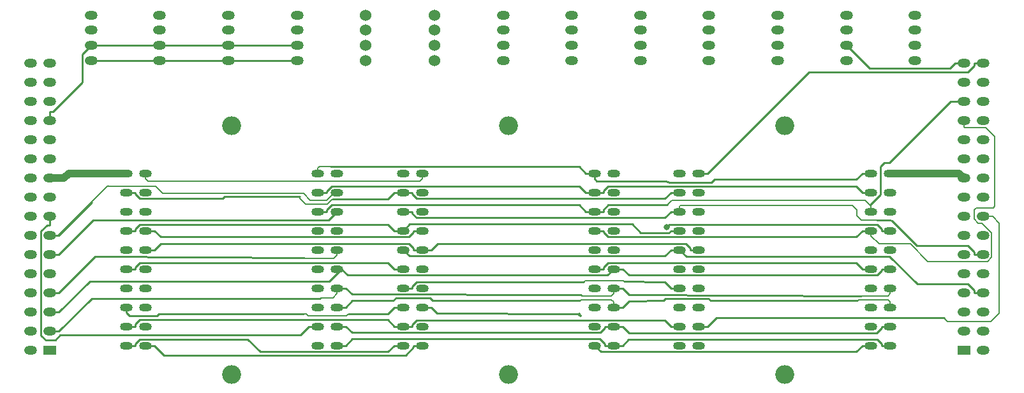
<source format=gbl>
G04 #@! TF.GenerationSoftware,KiCad,Pcbnew,(5.1.5)-3*
G04 #@! TF.CreationDate,2020-02-06T21:26:36+01:00*
G04 #@! TF.ProjectId,wemos-baseplate,77656d6f-732d-4626-9173-65706c617465,rev?*
G04 #@! TF.SameCoordinates,Original*
G04 #@! TF.FileFunction,Copper,L4,Bot*
G04 #@! TF.FilePolarity,Positive*
%FSLAX46Y46*%
G04 Gerber Fmt 4.6, Leading zero omitted, Abs format (unit mm)*
G04 Created by KiCad (PCBNEW (5.1.5)-3) date 2020-02-06 21:26:36*
%MOMM*%
%LPD*%
G04 APERTURE LIST*
%ADD10O,1.700000X1.000000*%
%ADD11O,2.500000X2.500000*%
%ADD12O,1.700000X1.200000*%
%ADD13R,1.700000X1.200000*%
%ADD14C,1.524000*%
%ADD15C,0.800000*%
%ADD16C,0.250000*%
%ADD17C,0.200000*%
%ADD18C,1.000000*%
%ADD19C,0.300000*%
G04 APERTURE END LIST*
D10*
X111760000Y-95885000D03*
X88900000Y-95885000D03*
X111760000Y-98425000D03*
X88900000Y-98425000D03*
X111760000Y-100965000D03*
X88900000Y-100965000D03*
X111760000Y-103505000D03*
X88900000Y-103505000D03*
X111760000Y-106045000D03*
X88900000Y-106045000D03*
X111760000Y-108585000D03*
X88900000Y-108585000D03*
X111760000Y-111125000D03*
X88900000Y-111125000D03*
X111760000Y-113665000D03*
X88900000Y-113665000D03*
X111760000Y-116205000D03*
X88900000Y-116205000D03*
X111760000Y-118745000D03*
X88900000Y-118745000D03*
X86360000Y-98425000D03*
X86360000Y-100965000D03*
X86360000Y-108585000D03*
X86360000Y-113665000D03*
X86360000Y-95885000D03*
X86360000Y-106045000D03*
X86360000Y-118745000D03*
X86360000Y-116205000D03*
X86360000Y-111125000D03*
X86360000Y-103505000D03*
X114300000Y-116205000D03*
X114300000Y-113665000D03*
X114300000Y-106045000D03*
X114300000Y-100965000D03*
X114300000Y-118745000D03*
X114300000Y-108585000D03*
X114300000Y-95885000D03*
X114300000Y-98425000D03*
X114300000Y-103505000D03*
X114300000Y-111125000D03*
D11*
X100330000Y-89535000D03*
X100330000Y-122555000D03*
D10*
X185180000Y-95885000D03*
X162320000Y-95885000D03*
X185180000Y-98425000D03*
X162320000Y-98425000D03*
X185180000Y-100965000D03*
X162320000Y-100965000D03*
X185180000Y-103505000D03*
X162320000Y-103505000D03*
X185180000Y-106045000D03*
X162320000Y-106045000D03*
X185180000Y-108585000D03*
X162320000Y-108585000D03*
X185180000Y-111125000D03*
X162320000Y-111125000D03*
X185180000Y-113665000D03*
X162320000Y-113665000D03*
X185180000Y-116205000D03*
X162320000Y-116205000D03*
X185180000Y-118745000D03*
X162320000Y-118745000D03*
X159780000Y-98425000D03*
X159780000Y-100965000D03*
X159780000Y-108585000D03*
X159780000Y-113665000D03*
X159780000Y-95885000D03*
X159780000Y-106045000D03*
X159780000Y-118745000D03*
X159780000Y-116205000D03*
X159780000Y-111125000D03*
X159780000Y-103505000D03*
X187720000Y-116205000D03*
X187720000Y-113665000D03*
X187720000Y-106045000D03*
X187720000Y-100965000D03*
X187720000Y-118745000D03*
X187720000Y-108585000D03*
X187720000Y-95885000D03*
X187720000Y-98425000D03*
X187720000Y-103505000D03*
X187720000Y-111125000D03*
D11*
X173750000Y-89535000D03*
X173750000Y-122555000D03*
D10*
X148470000Y-95885000D03*
X125610000Y-95885000D03*
X148470000Y-98425000D03*
X125610000Y-98425000D03*
X148470000Y-100965000D03*
X125610000Y-100965000D03*
X148470000Y-103505000D03*
X125610000Y-103505000D03*
X148470000Y-106045000D03*
X125610000Y-106045000D03*
X148470000Y-108585000D03*
X125610000Y-108585000D03*
X148470000Y-111125000D03*
X125610000Y-111125000D03*
X148470000Y-113665000D03*
X125610000Y-113665000D03*
X148470000Y-116205000D03*
X125610000Y-116205000D03*
X148470000Y-118745000D03*
X125610000Y-118745000D03*
X123070000Y-98425000D03*
X123070000Y-100965000D03*
X123070000Y-108585000D03*
X123070000Y-113665000D03*
X123070000Y-95885000D03*
X123070000Y-106045000D03*
X123070000Y-118745000D03*
X123070000Y-116205000D03*
X123070000Y-111125000D03*
X123070000Y-103505000D03*
X151010000Y-116205000D03*
X151010000Y-113665000D03*
X151010000Y-106045000D03*
X151010000Y-100965000D03*
X151010000Y-118745000D03*
X151010000Y-108585000D03*
X151010000Y-95885000D03*
X151010000Y-98425000D03*
X151010000Y-103505000D03*
X151010000Y-111125000D03*
D11*
X137040000Y-89535000D03*
X137040000Y-122555000D03*
D12*
X191008000Y-80899000D03*
X191008000Y-78899000D03*
X191008000Y-76899000D03*
X191008000Y-74899000D03*
X181896000Y-80899000D03*
X181896000Y-78899000D03*
X181896000Y-76899000D03*
X181896000Y-74899000D03*
X163671000Y-80899000D03*
X163671000Y-78899000D03*
X163671000Y-76899000D03*
X163671000Y-74899000D03*
X145447000Y-80899000D03*
X145447000Y-78899000D03*
X145447000Y-76899000D03*
X145447000Y-74899000D03*
X172784000Y-80899000D03*
X172784000Y-78899000D03*
X172784000Y-76899000D03*
X172784000Y-74899000D03*
X154559000Y-80899000D03*
X154559000Y-78899000D03*
X154559000Y-76899000D03*
X154559000Y-74899000D03*
X136334000Y-80899000D03*
X136334000Y-78899000D03*
X136334000Y-76899000D03*
X136334000Y-74899000D03*
X81661000Y-80899000D03*
X81661000Y-78899000D03*
X81661000Y-76899000D03*
X81661000Y-74899000D03*
X108998000Y-80899000D03*
X108998000Y-78899000D03*
X108998000Y-76899000D03*
X108998000Y-74899000D03*
X99885500Y-80899000D03*
X99885500Y-78899000D03*
X99885500Y-76899000D03*
X99885500Y-74899000D03*
X90773200Y-80899000D03*
X90773200Y-78899000D03*
X90773200Y-76899000D03*
X90773200Y-74899000D03*
X200025000Y-81280000D03*
X197485000Y-81280000D03*
X200025000Y-83820000D03*
X197485000Y-83820000D03*
X200025000Y-86360000D03*
X197485000Y-86360000D03*
X200025000Y-88900000D03*
X197485000Y-88900000D03*
X200025000Y-91440000D03*
X197485000Y-91440000D03*
X200025000Y-93980000D03*
X197485000Y-93980000D03*
X200025000Y-96520000D03*
X197485000Y-96520000D03*
X200025000Y-99060000D03*
X197485000Y-99060000D03*
X200025000Y-101600000D03*
X197485000Y-101600000D03*
X200025000Y-104140000D03*
X197485000Y-104140000D03*
X200025000Y-106680000D03*
X197485000Y-106680000D03*
X200025000Y-109220000D03*
X197485000Y-109220000D03*
X200025000Y-111760000D03*
X197485000Y-111760000D03*
X200025000Y-114300000D03*
X197485000Y-114300000D03*
X200025000Y-116840000D03*
X197485000Y-116840000D03*
X200025000Y-119380000D03*
D13*
X197485000Y-119380000D03*
D12*
X73660000Y-81280000D03*
X76200000Y-81280000D03*
X73660000Y-83820000D03*
X76200000Y-83820000D03*
X73660000Y-86360000D03*
X76200000Y-86360000D03*
X73660000Y-88900000D03*
X76200000Y-88900000D03*
X73660000Y-91440000D03*
X76200000Y-91440000D03*
X73660000Y-93980000D03*
X76200000Y-93980000D03*
X73660000Y-96520000D03*
X76200000Y-96520000D03*
X73660000Y-99060000D03*
X76200000Y-99060000D03*
X73660000Y-101600000D03*
X76200000Y-101600000D03*
X73660000Y-104140000D03*
X76200000Y-104140000D03*
X73660000Y-106680000D03*
X76200000Y-106680000D03*
X73660000Y-109220000D03*
X76200000Y-109220000D03*
X73660000Y-111760000D03*
X76200000Y-111760000D03*
X73660000Y-114300000D03*
X76200000Y-114300000D03*
X73660000Y-116840000D03*
X76200000Y-116840000D03*
X73660000Y-119380000D03*
D13*
X76200000Y-119380000D03*
D14*
X127222000Y-80899000D03*
X127222000Y-78899000D03*
X127222000Y-76899000D03*
X127222000Y-74899000D03*
X118110000Y-80899000D03*
X118110000Y-78899000D03*
X118110000Y-76899000D03*
X118110000Y-74899000D03*
D15*
X158056000Y-103019000D03*
D16*
X200025000Y-81280000D02*
X198849700Y-81280000D01*
X162320000Y-95885000D02*
X163495300Y-95885000D01*
X163495300Y-95885000D02*
X176925000Y-82455300D01*
X176925000Y-82455300D02*
X198041800Y-82455300D01*
X198041800Y-82455300D02*
X198849700Y-81647400D01*
X198849700Y-81647400D02*
X198849700Y-81280000D01*
D17*
X125610000Y-96585000D02*
X125294000Y-96901000D01*
X125610000Y-95885000D02*
X125610000Y-96585000D01*
X88900000Y-96585000D02*
X88900000Y-95885000D01*
X89216000Y-96901000D02*
X88900000Y-96585000D01*
X125294000Y-96901000D02*
X89216000Y-96901000D01*
D16*
X159780000Y-100965000D02*
X158604700Y-100965000D01*
X123070000Y-100965000D02*
X124245300Y-100965000D01*
X124245300Y-100965000D02*
X124245300Y-101217300D01*
X124245300Y-101217300D02*
X124832700Y-101804700D01*
X124832700Y-101804700D02*
X157765000Y-101804700D01*
X157765000Y-101804700D02*
X158604700Y-100965000D01*
X191236900Y-105504700D02*
X198041800Y-105504700D01*
X198041800Y-105504700D02*
X198849700Y-106312600D01*
X198849700Y-106312600D02*
X198849700Y-106680000D01*
X200025000Y-106680000D02*
X198849700Y-106680000D01*
X187900100Y-102167900D02*
X191236900Y-105504700D01*
D17*
X159880010Y-100164990D02*
X182714990Y-100164990D01*
X159780000Y-100965000D02*
X159780000Y-100265000D01*
X159780000Y-100265000D02*
X159880010Y-100164990D01*
X182714990Y-100164990D02*
X183261000Y-100711000D01*
X183261000Y-100711000D02*
X183261000Y-101473000D01*
X183261000Y-101473000D02*
X183896000Y-102108000D01*
X187900100Y-102167900D02*
X183896000Y-102108000D01*
X187833000Y-102108000D02*
X187960000Y-102235000D01*
X183896000Y-102108000D02*
X187833000Y-102108000D01*
X187900100Y-102167900D02*
X187960000Y-102235000D01*
X187960000Y-102235000D02*
X188475200Y-102743000D01*
D16*
X159780000Y-111125000D02*
X158604700Y-111125000D01*
X123070000Y-111125000D02*
X124245300Y-111125000D01*
X124245300Y-111125000D02*
X124245300Y-110887200D01*
X124245300Y-110887200D02*
X124832800Y-110299700D01*
X157779400Y-110299700D02*
X158604700Y-111125000D01*
D17*
X147002700Y-110299700D02*
X147002700Y-110299300D01*
D16*
X124832800Y-110299700D02*
X147002700Y-110299700D01*
D17*
X147002700Y-110299300D02*
X147193000Y-110109000D01*
X147193000Y-110109000D02*
X152273000Y-110109000D01*
X152273000Y-110109000D02*
X152400000Y-110236000D01*
D16*
X152400000Y-110236000D02*
X157779400Y-110299700D01*
X86360000Y-116205000D02*
X87535300Y-116205000D01*
X123070000Y-116205000D02*
X121894700Y-116205000D01*
X121894700Y-116205000D02*
X121033800Y-115344100D01*
X121033800Y-115344100D02*
X88122800Y-115344100D01*
X88122800Y-115344100D02*
X87535300Y-115931600D01*
X87535300Y-115931600D02*
X87535300Y-116205000D01*
X123657700Y-116205000D02*
X123070000Y-116205000D01*
X159780000Y-116205000D02*
X158604700Y-116205000D01*
X123657700Y-116205000D02*
X124245300Y-116205000D01*
X124245300Y-116205000D02*
X124245300Y-115948400D01*
X124245300Y-115948400D02*
X124832700Y-115361000D01*
X124832700Y-115361000D02*
X157760700Y-115361000D01*
X157760700Y-115361000D02*
X158604700Y-116205000D01*
X162320000Y-116205000D02*
X163495300Y-116205000D01*
X163495300Y-116205000D02*
X164670600Y-115029700D01*
X164670600Y-115029700D02*
X194855100Y-115029700D01*
D17*
X194855100Y-115099100D02*
X194855100Y-115029700D01*
X195326000Y-115570000D02*
X194855100Y-115099100D01*
X201295000Y-101600000D02*
X202184000Y-102489000D01*
X200025000Y-101600000D02*
X201295000Y-101600000D01*
X202184000Y-114427000D02*
X201041000Y-115570000D01*
X202184000Y-102489000D02*
X202184000Y-114427000D01*
X201041000Y-115570000D02*
X195326000Y-115570000D01*
D16*
X86360000Y-118745000D02*
X87535300Y-118745000D01*
X123070000Y-118745000D02*
X121894700Y-118745000D01*
X121894700Y-118745000D02*
X121069300Y-119570400D01*
X121069300Y-119570400D02*
X104102000Y-119570400D01*
X104102000Y-119570400D02*
X102449700Y-117918100D01*
X102449700Y-117918100D02*
X88122800Y-117918100D01*
X88122800Y-117918100D02*
X87535300Y-118505600D01*
X87535300Y-118505600D02*
X87535300Y-118745000D01*
X88900000Y-118745000D02*
X90075300Y-118745000D01*
X125610000Y-118745000D02*
X124434700Y-118745000D01*
X124434700Y-118745000D02*
X124434700Y-118965400D01*
X124434700Y-118965400D02*
X123379300Y-120020800D01*
X123379300Y-120020800D02*
X91351100Y-120020800D01*
X91351100Y-120020800D02*
X90075300Y-118745000D01*
X151010000Y-118745000D02*
X152185300Y-118745000D01*
X187720000Y-118745000D02*
X186544700Y-118745000D01*
X186544700Y-118745000D02*
X186544700Y-118507100D01*
X186544700Y-118507100D02*
X185957300Y-117919700D01*
X185957300Y-117919700D02*
X153010600Y-117919700D01*
X153010600Y-117919700D02*
X152185300Y-118745000D01*
X114300000Y-118745000D02*
X115475300Y-118745000D01*
X151010000Y-118745000D02*
X149834700Y-118745000D01*
X149834700Y-118745000D02*
X149834700Y-118530800D01*
X149834700Y-118530800D02*
X149175900Y-117872000D01*
X149175900Y-117872000D02*
X116348300Y-117872000D01*
X116348300Y-117872000D02*
X115475300Y-118745000D01*
X76200000Y-111760000D02*
X77375300Y-111760000D01*
X82204900Y-106930400D02*
X77375300Y-111760000D01*
D17*
X114300000Y-106745000D02*
X113857000Y-107188000D01*
X114300000Y-106045000D02*
X114300000Y-106745000D01*
X110109000Y-107188000D02*
X109982000Y-107061000D01*
X113857000Y-107188000D02*
X110109000Y-107188000D01*
D16*
X109982000Y-107061000D02*
X82204900Y-106930400D01*
X181044300Y-97629600D02*
X183209300Y-97629600D01*
X183209300Y-97629600D02*
X184004700Y-98425000D01*
X149645300Y-98425000D02*
X149645300Y-98180700D01*
X149645300Y-98180700D02*
X150232800Y-97593200D01*
X150232800Y-97593200D02*
X181007900Y-97593200D01*
X181007900Y-97593200D02*
X181044300Y-97629600D01*
X148470000Y-98425000D02*
X149645300Y-98425000D01*
X148470000Y-98425000D02*
X147882400Y-98425000D01*
X185180000Y-98425000D02*
X184004700Y-98425000D01*
X147882400Y-98425000D02*
X147294700Y-98425000D01*
X111760000Y-98425000D02*
X112935300Y-98425000D01*
X147294700Y-98425000D02*
X146469400Y-97599700D01*
X146469400Y-97599700D02*
X113589500Y-97599700D01*
X113589500Y-97599700D02*
X112935300Y-98253900D01*
X112935300Y-98253900D02*
X112935300Y-98425000D01*
D17*
X197485000Y-83820000D02*
X197485000Y-83613154D01*
D16*
X197485000Y-81280000D02*
X196309700Y-81280000D01*
X196309700Y-81280000D02*
X195603300Y-81986400D01*
X195603300Y-81986400D02*
X184983400Y-81986400D01*
X184983400Y-81986400D02*
X181896000Y-78899000D01*
X148470000Y-95885000D02*
X147294700Y-95885000D01*
X113595700Y-95005500D02*
X146415200Y-95005500D01*
X146415200Y-95005500D02*
X147294700Y-95885000D01*
D17*
X111949000Y-94996000D02*
X113411000Y-94996000D01*
X111760000Y-95185000D02*
X111949000Y-94996000D01*
X111760000Y-95885000D02*
X111760000Y-95185000D01*
D16*
X113411000Y-94996000D02*
X113595700Y-95005500D01*
X184004700Y-95885000D02*
X185180000Y-95885000D01*
X164393700Y-96718300D02*
X183171400Y-96718300D01*
X163968810Y-97143190D02*
X164393700Y-96718300D01*
X158357190Y-97143190D02*
X163968810Y-97143190D01*
X183171400Y-96718300D02*
X184004700Y-95885000D01*
X148736000Y-96901000D02*
X157988000Y-96901000D01*
X148470000Y-96635000D02*
X148736000Y-96901000D01*
X148470000Y-95885000D02*
X148470000Y-96635000D01*
X157988000Y-96901000D02*
X158357190Y-97143190D01*
X151010000Y-111125000D02*
X152185300Y-111125000D01*
X153048600Y-111988300D02*
X152185300Y-111125000D01*
X114300000Y-111125000D02*
X115475300Y-111125000D01*
X116311300Y-111961000D02*
X115475300Y-111125000D01*
X77375300Y-116840000D02*
X81728400Y-112486900D01*
X81728400Y-112486900D02*
X111983400Y-112486900D01*
X76200000Y-116840000D02*
X77375300Y-116840000D01*
D17*
X113730000Y-112395000D02*
X112141000Y-112395000D01*
X114300000Y-111825000D02*
X113730000Y-112395000D01*
X114300000Y-111125000D02*
X114300000Y-111825000D01*
D16*
X111983400Y-112486900D02*
X112141000Y-112395000D01*
D17*
X151010000Y-111825000D02*
X150694000Y-112141000D01*
X151010000Y-111125000D02*
X151010000Y-111825000D01*
X146812000Y-112141000D02*
X146685000Y-112014000D01*
X150694000Y-112141000D02*
X146812000Y-112141000D01*
D16*
X146685000Y-112014000D02*
X116311300Y-111961000D01*
D17*
X187720000Y-111825000D02*
X187404000Y-112141000D01*
X187720000Y-111125000D02*
X187720000Y-111825000D01*
X187404000Y-112141000D02*
X183896000Y-112141000D01*
D16*
X183896000Y-112141000D02*
X153048600Y-111988300D01*
X187720000Y-103505000D02*
X186544700Y-103505000D01*
X158056000Y-103019000D02*
X158415000Y-102660000D01*
X158415000Y-102660000D02*
X185957100Y-102660000D01*
X185957100Y-102660000D02*
X186544700Y-103247600D01*
X186544700Y-103247600D02*
X186544700Y-103505000D01*
X76200000Y-104140000D02*
X77375300Y-104140000D01*
X81804400Y-99710900D02*
X77375300Y-104140000D01*
D17*
X77250000Y-104140000D02*
X83854000Y-97536000D01*
X76200000Y-104140000D02*
X77250000Y-104140000D01*
X113950000Y-98425000D02*
X112934000Y-99441000D01*
X114300000Y-98425000D02*
X113950000Y-98425000D01*
X112934000Y-99441000D02*
X110744000Y-99441000D01*
X109863490Y-98560490D02*
X91194490Y-98560490D01*
X110744000Y-99441000D02*
X109863490Y-98560490D01*
X90258990Y-97624990D02*
X83942990Y-97624990D01*
X83942990Y-97624990D02*
X83854000Y-97536000D01*
X91194490Y-98560490D02*
X90258990Y-97624990D01*
D16*
X186544700Y-108585000D02*
X186544700Y-108825400D01*
X186544700Y-108825400D02*
X185957300Y-109412800D01*
X185957300Y-109412800D02*
X153013100Y-109412800D01*
X153013100Y-109412800D02*
X152185300Y-108585000D01*
X151010000Y-108585000D02*
X152185300Y-108585000D01*
X187720000Y-108585000D02*
X186544700Y-108585000D01*
X151010000Y-108585000D02*
X150184200Y-109410800D01*
X150184200Y-109410800D02*
X115713500Y-109410800D01*
X115713500Y-109410800D02*
X114887700Y-108585000D01*
X76200000Y-114300000D02*
X77375300Y-114300000D01*
X114887700Y-108585000D02*
X113281900Y-110190800D01*
X113281900Y-110190800D02*
X81484500Y-110190800D01*
X81484500Y-110190800D02*
X77375300Y-114300000D01*
X114300000Y-108585000D02*
X114887700Y-108585000D01*
X76200000Y-106680000D02*
X77375300Y-106680000D01*
X114300000Y-100965000D02*
X113150700Y-102114300D01*
X113150700Y-102114300D02*
X81941000Y-102114300D01*
X81941000Y-102114300D02*
X77375300Y-106680000D01*
X151597700Y-113665000D02*
X151010000Y-113665000D01*
X151597700Y-113665000D02*
X152185300Y-113665000D01*
X152185300Y-113665000D02*
X153019100Y-112831200D01*
D17*
X151010000Y-112965000D02*
X150694000Y-112649000D01*
X151010000Y-113665000D02*
X151010000Y-112965000D01*
X146685000Y-112649000D02*
X146558000Y-112776000D01*
X150694000Y-112649000D02*
X146685000Y-112649000D01*
X187720000Y-112965000D02*
X187404000Y-112649000D01*
X187720000Y-113665000D02*
X187720000Y-112965000D01*
X183515000Y-112649000D02*
X183388000Y-112776000D01*
X187404000Y-112649000D02*
X183515000Y-112649000D01*
D16*
X163992254Y-112811254D02*
X163865254Y-112811254D01*
X163992254Y-112811254D02*
X183388000Y-112776000D01*
X163865254Y-112811254D02*
X163576000Y-112522000D01*
X163576000Y-112522000D02*
X157861000Y-112522000D01*
X157861000Y-112522000D02*
X157607000Y-112776000D01*
X153019100Y-112831200D02*
X157607000Y-112776000D01*
X122147806Y-112421195D02*
X126653057Y-112429057D01*
X127000000Y-112776000D02*
X146558000Y-112776000D01*
X114300000Y-113665000D02*
X115475300Y-113665000D01*
X116330600Y-112809700D02*
X121566862Y-112803862D01*
X121566862Y-112803862D02*
X121765138Y-112803862D01*
X126653057Y-112429057D02*
X127000000Y-112776000D01*
X115475300Y-113665000D02*
X116330600Y-112809700D01*
X121765138Y-112803862D02*
X122147806Y-112421195D01*
X159780000Y-103505000D02*
X158604700Y-103505000D01*
X158604700Y-103505000D02*
X158322200Y-103787500D01*
X158322200Y-103787500D02*
X154596800Y-103787500D01*
X154596800Y-103787500D02*
X153439600Y-102630300D01*
X153439600Y-102630300D02*
X123944700Y-102630300D01*
X123944700Y-102630300D02*
X123070000Y-103505000D01*
X86360000Y-103505000D02*
X87535300Y-103505000D01*
X123070000Y-103505000D02*
X121894700Y-103505000D01*
X121894700Y-103505000D02*
X121068400Y-102678700D01*
X121068400Y-102678700D02*
X88122800Y-102678700D01*
X88122800Y-102678700D02*
X87535300Y-103266200D01*
X87535300Y-103266200D02*
X87535300Y-103505000D01*
X159780000Y-106045000D02*
X158604700Y-106045000D01*
X123070000Y-106045000D02*
X123897000Y-106872000D01*
X123897000Y-106872000D02*
X157777700Y-106872000D01*
X157777700Y-106872000D02*
X158604700Y-106045000D01*
X200025000Y-111760000D02*
X198849700Y-111760000D01*
X159780000Y-106045000D02*
X160660000Y-106925000D01*
X160660000Y-106925000D02*
X187625200Y-106925000D01*
X187625200Y-106925000D02*
X191284900Y-110584700D01*
X191284900Y-110584700D02*
X198041800Y-110584700D01*
X198041800Y-110584700D02*
X198849700Y-111392600D01*
X198849700Y-111392600D02*
X198849700Y-111760000D01*
X123070000Y-113665000D02*
X121894700Y-113665000D01*
X121894700Y-113665000D02*
X121044100Y-114515600D01*
X121044100Y-114515600D02*
X115824000Y-114554000D01*
D17*
X110490000Y-114808000D02*
X115570000Y-114808000D01*
X110197600Y-114515600D02*
X110490000Y-114808000D01*
X115570000Y-114808000D02*
X115824000Y-114554000D01*
X109893400Y-114515600D02*
X110197600Y-114515600D01*
D16*
X90424000Y-114808000D02*
X90678000Y-114554000D01*
X90678000Y-114554000D02*
X109893400Y-114515600D01*
X86753000Y-114808000D02*
X90424000Y-114808000D01*
X86360000Y-114415000D02*
X86753000Y-114808000D01*
X86360000Y-113665000D02*
X86360000Y-114415000D01*
X86360000Y-108585000D02*
X87535300Y-108585000D01*
X123070000Y-108585000D02*
X121894700Y-108585000D01*
X121894700Y-108585000D02*
X121069200Y-107759500D01*
X121069200Y-107759500D02*
X88122800Y-107759500D01*
X88122800Y-107759500D02*
X87535300Y-108347000D01*
X87535300Y-108347000D02*
X87535300Y-108585000D01*
X86360000Y-98425000D02*
X87535300Y-98425000D01*
X123070000Y-98425000D02*
X121894700Y-98425000D01*
X121894700Y-98425000D02*
X121034700Y-99285000D01*
X99360900Y-98985500D02*
X99086000Y-99260400D01*
X99086000Y-99260400D02*
X88122800Y-99260400D01*
X88122800Y-99260400D02*
X87535300Y-98672900D01*
X87535300Y-98672900D02*
X87535300Y-98425000D01*
X123657700Y-98425000D02*
X123070000Y-98425000D01*
X123657700Y-98425000D02*
X124245300Y-98425000D01*
X159780000Y-98425000D02*
X158604700Y-98425000D01*
X124245300Y-98425000D02*
X124245300Y-98666100D01*
X124245300Y-98666100D02*
X124832700Y-99253500D01*
X124832700Y-99253500D02*
X157776200Y-99253500D01*
X157776200Y-99253500D02*
X158604700Y-98425000D01*
D17*
X109399500Y-98985500D02*
X109399500Y-99239500D01*
D16*
X109399500Y-98985500D02*
X99360900Y-98985500D01*
D17*
X109399500Y-99239500D02*
X110109000Y-99949000D01*
X110109000Y-99949000D02*
X113030000Y-99949000D01*
X113030000Y-99949000D02*
X113665000Y-99314000D01*
D16*
X121034700Y-99285000D02*
X113665000Y-99314000D01*
X148470000Y-108585000D02*
X149645300Y-108585000D01*
X185180000Y-108585000D02*
X184004700Y-108585000D01*
X149645300Y-108585000D02*
X149645300Y-108345200D01*
X149645300Y-108345200D02*
X150232800Y-107757700D01*
X150232800Y-107757700D02*
X183177400Y-107757700D01*
X183177400Y-107757700D02*
X184004700Y-108585000D01*
X162320000Y-106045000D02*
X161144700Y-106045000D01*
X125610000Y-106045000D02*
X126785300Y-106045000D01*
X161144700Y-106045000D02*
X161144700Y-105798700D01*
X161144700Y-105798700D02*
X160557200Y-105211200D01*
X160557200Y-105211200D02*
X127619100Y-105211200D01*
X127619100Y-105211200D02*
X126785300Y-106045000D01*
X88900000Y-106045000D02*
X90075300Y-106045000D01*
X125610000Y-106045000D02*
X124434700Y-106045000D01*
X124434700Y-106045000D02*
X124434700Y-105802900D01*
X124434700Y-105802900D02*
X123847300Y-105215500D01*
X123847300Y-105215500D02*
X90904800Y-105215500D01*
X90904800Y-105215500D02*
X90075300Y-106045000D01*
X88900000Y-103505000D02*
X90075300Y-103505000D01*
X125610000Y-103505000D02*
X124434700Y-103505000D01*
X124434700Y-103505000D02*
X124434700Y-103743900D01*
X124434700Y-103743900D02*
X123847300Y-104331300D01*
X123847300Y-104331300D02*
X90901600Y-104331300D01*
X90901600Y-104331300D02*
X90075300Y-103505000D01*
X111760000Y-100965000D02*
X112935300Y-100965000D01*
X148470000Y-100965000D02*
X147294700Y-100965000D01*
X147294700Y-100965000D02*
X146418300Y-100088600D01*
X146418300Y-100088600D02*
X113595100Y-100088600D01*
X113595100Y-100088600D02*
X112935300Y-100748400D01*
X112935300Y-100748400D02*
X112935300Y-100965000D01*
X149057700Y-100965000D02*
X148470000Y-100965000D01*
X81661000Y-80899000D02*
X90773200Y-80899000D01*
X185096600Y-100088300D02*
X186450000Y-98734900D01*
X195706300Y-86360000D02*
X197485000Y-86360000D01*
X149645300Y-100965000D02*
X149645300Y-100744600D01*
X149645300Y-100744600D02*
X150301600Y-100088300D01*
X149057700Y-100965000D02*
X149645300Y-100965000D01*
X108998000Y-80899000D02*
X99885500Y-80899000D01*
X90773200Y-80899000D02*
X99885500Y-80899000D01*
X187578650Y-94487650D02*
X186944350Y-94487650D01*
X187578650Y-94487650D02*
X195706300Y-86360000D01*
X186436000Y-94996000D02*
X186436000Y-95758000D01*
X186944350Y-94487650D02*
X186436000Y-94996000D01*
X186450000Y-98734900D02*
X186436000Y-95758000D01*
D17*
X185180000Y-100265000D02*
X184356000Y-99441000D01*
X185180000Y-100965000D02*
X185180000Y-100265000D01*
X158750000Y-99441000D02*
X158115000Y-100076000D01*
X184356000Y-99441000D02*
X158750000Y-99441000D01*
D16*
X150301600Y-100088300D02*
X158115000Y-100076000D01*
X81661000Y-78899000D02*
X80475900Y-80084100D01*
X80475900Y-80084100D02*
X80475900Y-83816100D01*
X80475900Y-83816100D02*
X76567300Y-87724700D01*
X76567300Y-87724700D02*
X76200000Y-87724700D01*
X81661000Y-78899000D02*
X90773200Y-78899000D01*
X76200000Y-88900000D02*
X76200000Y-87724700D01*
X185180000Y-103505000D02*
X184004700Y-103505000D01*
X148470000Y-103505000D02*
X149645300Y-103505000D01*
X149645300Y-103505000D02*
X149645300Y-103743700D01*
X149645300Y-103743700D02*
X150232700Y-104331100D01*
X150232700Y-104331100D02*
X183178600Y-104331100D01*
X183178600Y-104331100D02*
X184004700Y-103505000D01*
X99885500Y-78899000D02*
X108998000Y-78899000D01*
X90773200Y-78899000D02*
X99885500Y-78899000D01*
D17*
X197485000Y-89700000D02*
X197485000Y-88900000D01*
X197585010Y-89800010D02*
X197485000Y-89700000D01*
X201604990Y-90987990D02*
X200417010Y-89800010D01*
X200417010Y-89800010D02*
X197585010Y-89800010D01*
X201422000Y-100457000D02*
X201604990Y-100274010D01*
X201604990Y-100274010D02*
X201604990Y-90987990D01*
X198874990Y-100718010D02*
X199136000Y-100457000D01*
X198874990Y-101972796D02*
X198874990Y-100718010D01*
X199402204Y-102500010D02*
X198874990Y-101972796D01*
X199907816Y-102500010D02*
X199402204Y-102500010D01*
X201175010Y-103767204D02*
X199907816Y-102500010D01*
X201175010Y-107052796D02*
X201175010Y-103767204D01*
X200647796Y-107580010D02*
X201175010Y-107052796D01*
X192711156Y-107580010D02*
X200647796Y-107580010D01*
X186219990Y-105244990D02*
X190376136Y-105244990D01*
X185180000Y-104205000D02*
X186219990Y-105244990D01*
X185180000Y-103505000D02*
X185180000Y-104205000D01*
X190376136Y-105244990D02*
X192711156Y-107580010D01*
X199136000Y-100457000D02*
X201422000Y-100457000D01*
D16*
X148470000Y-118745000D02*
X149295500Y-119570500D01*
X149295500Y-119570500D02*
X183179200Y-119570500D01*
X183179200Y-119570500D02*
X184004700Y-118745000D01*
X185180000Y-118745000D02*
X184004700Y-118745000D01*
X187720000Y-116205000D02*
X186544700Y-116205000D01*
X151010000Y-116205000D02*
X152185300Y-116205000D01*
X152185300Y-116205000D02*
X153061300Y-117081000D01*
X153061300Y-117081000D02*
X185885000Y-117081000D01*
X185885000Y-117081000D02*
X186544700Y-116421300D01*
X186544700Y-116421300D02*
X186544700Y-116205000D01*
X150422400Y-116205000D02*
X151010000Y-116205000D01*
X150422400Y-116205000D02*
X149834700Y-116205000D01*
X114300000Y-116205000D02*
X115475300Y-116205000D01*
X149834700Y-116205000D02*
X149834700Y-116447400D01*
X149834700Y-116447400D02*
X149247300Y-117034800D01*
X149247300Y-117034800D02*
X116305100Y-117034800D01*
X116305100Y-117034800D02*
X115475300Y-116205000D01*
D18*
X78050000Y-96520000D02*
X78685000Y-95885000D01*
X76200000Y-96520000D02*
X78050000Y-96520000D01*
X78685000Y-95885000D02*
X86360000Y-95885000D01*
X196850000Y-95885000D02*
X197485000Y-96520000D01*
X187720000Y-95885000D02*
X196850000Y-95885000D01*
D16*
X126785300Y-113665000D02*
X127610600Y-114490300D01*
X125610000Y-113665000D02*
X126785300Y-113665000D01*
X127610600Y-114490300D02*
X146431000Y-114554000D01*
D19*
X146431000Y-114681000D02*
X146431000Y-114554000D01*
X146585990Y-114835990D02*
X146431000Y-114681000D01*
D16*
X76200000Y-101600000D02*
X76200000Y-102775300D01*
X111760000Y-116205000D02*
X110584700Y-116205000D01*
X110584700Y-116205000D02*
X109409400Y-117380300D01*
X109409400Y-117380300D02*
X77559900Y-117380300D01*
X77559900Y-117380300D02*
X76922100Y-118018100D01*
X76922100Y-118018100D02*
X75638800Y-118018100D01*
X75638800Y-118018100D02*
X75024700Y-117404000D01*
X75024700Y-117404000D02*
X75024700Y-103583200D01*
X75024700Y-103583200D02*
X75832600Y-102775300D01*
X75832600Y-102775300D02*
X76200000Y-102775300D01*
M02*

</source>
